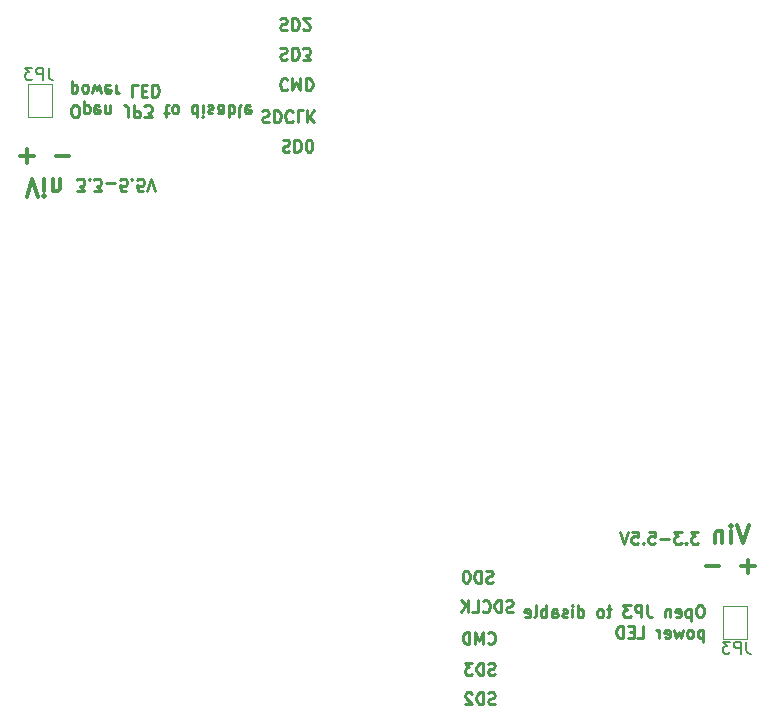
<source format=gbr>
G04 #@! TF.GenerationSoftware,KiCad,Pcbnew,5.0.2-bee76a0~70~ubuntu16.04.1*
G04 #@! TF.CreationDate,2019-08-20T15:47:02-04:00*
G04 #@! TF.ProjectId,ESP32-Zip-Panelized,45535033-322d-45a6-9970-2d50616e656c,rev?*
G04 #@! TF.SameCoordinates,Original*
G04 #@! TF.FileFunction,Legend,Bot*
G04 #@! TF.FilePolarity,Positive*
%FSLAX46Y46*%
G04 Gerber Fmt 4.6, Leading zero omitted, Abs format (unit mm)*
G04 Created by KiCad (PCBNEW 5.0.2-bee76a0~70~ubuntu16.04.1) date mar. 20 août 2019 15:47:02 EDT*
%MOMM*%
%LPD*%
G01*
G04 APERTURE LIST*
%ADD10C,0.250000*%
%ADD11C,0.300000*%
%ADD12C,0.120000*%
%ADD13C,0.150000*%
G04 APERTURE END LIST*
D10*
X81561904Y-74104761D02*
X81419047Y-74152380D01*
X81180952Y-74152380D01*
X81085714Y-74104761D01*
X81038095Y-74057142D01*
X80990476Y-73961904D01*
X80990476Y-73866666D01*
X81038095Y-73771428D01*
X81085714Y-73723809D01*
X81180952Y-73676190D01*
X81371428Y-73628571D01*
X81466666Y-73580952D01*
X81514285Y-73533333D01*
X81561904Y-73438095D01*
X81561904Y-73342857D01*
X81514285Y-73247619D01*
X81466666Y-73200000D01*
X81371428Y-73152380D01*
X81133333Y-73152380D01*
X80990476Y-73200000D01*
X80561904Y-74152380D02*
X80561904Y-73152380D01*
X80323809Y-73152380D01*
X80180952Y-73200000D01*
X80085714Y-73295238D01*
X80038095Y-73390476D01*
X79990476Y-73580952D01*
X79990476Y-73723809D01*
X80038095Y-73914285D01*
X80085714Y-74009523D01*
X80180952Y-74104761D01*
X80323809Y-74152380D01*
X80561904Y-74152380D01*
X79609523Y-73247619D02*
X79561904Y-73200000D01*
X79466666Y-73152380D01*
X79228571Y-73152380D01*
X79133333Y-73200000D01*
X79085714Y-73247619D01*
X79038095Y-73342857D01*
X79038095Y-73438095D01*
X79085714Y-73580952D01*
X79657142Y-74152380D01*
X79038095Y-74152380D01*
X81561904Y-71604761D02*
X81419047Y-71652380D01*
X81180952Y-71652380D01*
X81085714Y-71604761D01*
X81038095Y-71557142D01*
X80990476Y-71461904D01*
X80990476Y-71366666D01*
X81038095Y-71271428D01*
X81085714Y-71223809D01*
X81180952Y-71176190D01*
X81371428Y-71128571D01*
X81466666Y-71080952D01*
X81514285Y-71033333D01*
X81561904Y-70938095D01*
X81561904Y-70842857D01*
X81514285Y-70747619D01*
X81466666Y-70700000D01*
X81371428Y-70652380D01*
X81133333Y-70652380D01*
X80990476Y-70700000D01*
X80561904Y-71652380D02*
X80561904Y-70652380D01*
X80323809Y-70652380D01*
X80180952Y-70700000D01*
X80085714Y-70795238D01*
X80038095Y-70890476D01*
X79990476Y-71080952D01*
X79990476Y-71223809D01*
X80038095Y-71414285D01*
X80085714Y-71509523D01*
X80180952Y-71604761D01*
X80323809Y-71652380D01*
X80561904Y-71652380D01*
X79657142Y-70652380D02*
X79038095Y-70652380D01*
X79371428Y-71033333D01*
X79228571Y-71033333D01*
X79133333Y-71080952D01*
X79085714Y-71128571D01*
X79038095Y-71223809D01*
X79038095Y-71461904D01*
X79085714Y-71557142D01*
X79133333Y-71604761D01*
X79228571Y-71652380D01*
X79514285Y-71652380D01*
X79609523Y-71604761D01*
X79657142Y-71557142D01*
X80961904Y-68957142D02*
X81009523Y-69004761D01*
X81152380Y-69052380D01*
X81247619Y-69052380D01*
X81390476Y-69004761D01*
X81485714Y-68909523D01*
X81533333Y-68814285D01*
X81580952Y-68623809D01*
X81580952Y-68480952D01*
X81533333Y-68290476D01*
X81485714Y-68195238D01*
X81390476Y-68100000D01*
X81247619Y-68052380D01*
X81152380Y-68052380D01*
X81009523Y-68100000D01*
X80961904Y-68147619D01*
X80533333Y-69052380D02*
X80533333Y-68052380D01*
X80200000Y-68766666D01*
X79866666Y-68052380D01*
X79866666Y-69052380D01*
X79390476Y-69052380D02*
X79390476Y-68052380D01*
X79152380Y-68052380D01*
X79009523Y-68100000D01*
X78914285Y-68195238D01*
X78866666Y-68290476D01*
X78819047Y-68480952D01*
X78819047Y-68623809D01*
X78866666Y-68814285D01*
X78914285Y-68909523D01*
X79009523Y-69004761D01*
X79152380Y-69052380D01*
X79390476Y-69052380D01*
X83090476Y-66304761D02*
X82947619Y-66352380D01*
X82709523Y-66352380D01*
X82614285Y-66304761D01*
X82566666Y-66257142D01*
X82519047Y-66161904D01*
X82519047Y-66066666D01*
X82566666Y-65971428D01*
X82614285Y-65923809D01*
X82709523Y-65876190D01*
X82900000Y-65828571D01*
X82995238Y-65780952D01*
X83042857Y-65733333D01*
X83090476Y-65638095D01*
X83090476Y-65542857D01*
X83042857Y-65447619D01*
X82995238Y-65400000D01*
X82900000Y-65352380D01*
X82661904Y-65352380D01*
X82519047Y-65400000D01*
X82090476Y-66352380D02*
X82090476Y-65352380D01*
X81852380Y-65352380D01*
X81709523Y-65400000D01*
X81614285Y-65495238D01*
X81566666Y-65590476D01*
X81519047Y-65780952D01*
X81519047Y-65923809D01*
X81566666Y-66114285D01*
X81614285Y-66209523D01*
X81709523Y-66304761D01*
X81852380Y-66352380D01*
X82090476Y-66352380D01*
X80519047Y-66257142D02*
X80566666Y-66304761D01*
X80709523Y-66352380D01*
X80804761Y-66352380D01*
X80947619Y-66304761D01*
X81042857Y-66209523D01*
X81090476Y-66114285D01*
X81138095Y-65923809D01*
X81138095Y-65780952D01*
X81090476Y-65590476D01*
X81042857Y-65495238D01*
X80947619Y-65400000D01*
X80804761Y-65352380D01*
X80709523Y-65352380D01*
X80566666Y-65400000D01*
X80519047Y-65447619D01*
X79614285Y-66352380D02*
X80090476Y-66352380D01*
X80090476Y-65352380D01*
X79280952Y-66352380D02*
X79280952Y-65352380D01*
X78709523Y-66352380D02*
X79138095Y-65780952D01*
X78709523Y-65352380D02*
X79280952Y-65923809D01*
X81361904Y-63804761D02*
X81219047Y-63852380D01*
X80980952Y-63852380D01*
X80885714Y-63804761D01*
X80838095Y-63757142D01*
X80790476Y-63661904D01*
X80790476Y-63566666D01*
X80838095Y-63471428D01*
X80885714Y-63423809D01*
X80980952Y-63376190D01*
X81171428Y-63328571D01*
X81266666Y-63280952D01*
X81314285Y-63233333D01*
X81361904Y-63138095D01*
X81361904Y-63042857D01*
X81314285Y-62947619D01*
X81266666Y-62900000D01*
X81171428Y-62852380D01*
X80933333Y-62852380D01*
X80790476Y-62900000D01*
X80361904Y-63852380D02*
X80361904Y-62852380D01*
X80123809Y-62852380D01*
X79980952Y-62900000D01*
X79885714Y-62995238D01*
X79838095Y-63090476D01*
X79790476Y-63280952D01*
X79790476Y-63423809D01*
X79838095Y-63614285D01*
X79885714Y-63709523D01*
X79980952Y-63804761D01*
X80123809Y-63852380D01*
X80361904Y-63852380D01*
X79171428Y-62852380D02*
X79076190Y-62852380D01*
X78980952Y-62900000D01*
X78933333Y-62947619D01*
X78885714Y-63042857D01*
X78838095Y-63233333D01*
X78838095Y-63471428D01*
X78885714Y-63661904D01*
X78933333Y-63757142D01*
X78980952Y-63804761D01*
X79076190Y-63852380D01*
X79171428Y-63852380D01*
X79266666Y-63804761D01*
X79314285Y-63757142D01*
X79361904Y-63661904D01*
X79409523Y-63471428D01*
X79409523Y-63233333D01*
X79361904Y-63042857D01*
X79314285Y-62947619D01*
X79266666Y-62900000D01*
X79171428Y-62852380D01*
X99008928Y-65777380D02*
X98818452Y-65777380D01*
X98723214Y-65825000D01*
X98627976Y-65920238D01*
X98580357Y-66110714D01*
X98580357Y-66444047D01*
X98627976Y-66634523D01*
X98723214Y-66729761D01*
X98818452Y-66777380D01*
X99008928Y-66777380D01*
X99104166Y-66729761D01*
X99199404Y-66634523D01*
X99247023Y-66444047D01*
X99247023Y-66110714D01*
X99199404Y-65920238D01*
X99104166Y-65825000D01*
X99008928Y-65777380D01*
X98151785Y-66110714D02*
X98151785Y-67110714D01*
X98151785Y-66158333D02*
X98056547Y-66110714D01*
X97866071Y-66110714D01*
X97770833Y-66158333D01*
X97723214Y-66205952D01*
X97675595Y-66301190D01*
X97675595Y-66586904D01*
X97723214Y-66682142D01*
X97770833Y-66729761D01*
X97866071Y-66777380D01*
X98056547Y-66777380D01*
X98151785Y-66729761D01*
X96866071Y-66729761D02*
X96961309Y-66777380D01*
X97151785Y-66777380D01*
X97247023Y-66729761D01*
X97294642Y-66634523D01*
X97294642Y-66253571D01*
X97247023Y-66158333D01*
X97151785Y-66110714D01*
X96961309Y-66110714D01*
X96866071Y-66158333D01*
X96818452Y-66253571D01*
X96818452Y-66348809D01*
X97294642Y-66444047D01*
X96389880Y-66110714D02*
X96389880Y-66777380D01*
X96389880Y-66205952D02*
X96342261Y-66158333D01*
X96247023Y-66110714D01*
X96104166Y-66110714D01*
X96008928Y-66158333D01*
X95961309Y-66253571D01*
X95961309Y-66777380D01*
X94437500Y-65777380D02*
X94437500Y-66491666D01*
X94485119Y-66634523D01*
X94580357Y-66729761D01*
X94723214Y-66777380D01*
X94818452Y-66777380D01*
X93961309Y-66777380D02*
X93961309Y-65777380D01*
X93580357Y-65777380D01*
X93485119Y-65825000D01*
X93437500Y-65872619D01*
X93389880Y-65967857D01*
X93389880Y-66110714D01*
X93437500Y-66205952D01*
X93485119Y-66253571D01*
X93580357Y-66301190D01*
X93961309Y-66301190D01*
X93056547Y-65777380D02*
X92437500Y-65777380D01*
X92770833Y-66158333D01*
X92627976Y-66158333D01*
X92532738Y-66205952D01*
X92485119Y-66253571D01*
X92437500Y-66348809D01*
X92437500Y-66586904D01*
X92485119Y-66682142D01*
X92532738Y-66729761D01*
X92627976Y-66777380D01*
X92913690Y-66777380D01*
X93008928Y-66729761D01*
X93056547Y-66682142D01*
X91389880Y-66110714D02*
X91008928Y-66110714D01*
X91247023Y-65777380D02*
X91247023Y-66634523D01*
X91199404Y-66729761D01*
X91104166Y-66777380D01*
X91008928Y-66777380D01*
X90532738Y-66777380D02*
X90627976Y-66729761D01*
X90675595Y-66682142D01*
X90723214Y-66586904D01*
X90723214Y-66301190D01*
X90675595Y-66205952D01*
X90627976Y-66158333D01*
X90532738Y-66110714D01*
X90389880Y-66110714D01*
X90294642Y-66158333D01*
X90247023Y-66205952D01*
X90199404Y-66301190D01*
X90199404Y-66586904D01*
X90247023Y-66682142D01*
X90294642Y-66729761D01*
X90389880Y-66777380D01*
X90532738Y-66777380D01*
X88580357Y-66777380D02*
X88580357Y-65777380D01*
X88580357Y-66729761D02*
X88675595Y-66777380D01*
X88866071Y-66777380D01*
X88961309Y-66729761D01*
X89008928Y-66682142D01*
X89056547Y-66586904D01*
X89056547Y-66301190D01*
X89008928Y-66205952D01*
X88961309Y-66158333D01*
X88866071Y-66110714D01*
X88675595Y-66110714D01*
X88580357Y-66158333D01*
X88104166Y-66777380D02*
X88104166Y-66110714D01*
X88104166Y-65777380D02*
X88151785Y-65825000D01*
X88104166Y-65872619D01*
X88056547Y-65825000D01*
X88104166Y-65777380D01*
X88104166Y-65872619D01*
X87675595Y-66729761D02*
X87580357Y-66777380D01*
X87389880Y-66777380D01*
X87294642Y-66729761D01*
X87247023Y-66634523D01*
X87247023Y-66586904D01*
X87294642Y-66491666D01*
X87389880Y-66444047D01*
X87532738Y-66444047D01*
X87627976Y-66396428D01*
X87675595Y-66301190D01*
X87675595Y-66253571D01*
X87627976Y-66158333D01*
X87532738Y-66110714D01*
X87389880Y-66110714D01*
X87294642Y-66158333D01*
X86389880Y-66777380D02*
X86389880Y-66253571D01*
X86437500Y-66158333D01*
X86532738Y-66110714D01*
X86723214Y-66110714D01*
X86818452Y-66158333D01*
X86389880Y-66729761D02*
X86485119Y-66777380D01*
X86723214Y-66777380D01*
X86818452Y-66729761D01*
X86866071Y-66634523D01*
X86866071Y-66539285D01*
X86818452Y-66444047D01*
X86723214Y-66396428D01*
X86485119Y-66396428D01*
X86389880Y-66348809D01*
X85913690Y-66777380D02*
X85913690Y-65777380D01*
X85913690Y-66158333D02*
X85818452Y-66110714D01*
X85627976Y-66110714D01*
X85532738Y-66158333D01*
X85485119Y-66205952D01*
X85437500Y-66301190D01*
X85437500Y-66586904D01*
X85485119Y-66682142D01*
X85532738Y-66729761D01*
X85627976Y-66777380D01*
X85818452Y-66777380D01*
X85913690Y-66729761D01*
X84866071Y-66777380D02*
X84961309Y-66729761D01*
X85008928Y-66634523D01*
X85008928Y-65777380D01*
X84104166Y-66729761D02*
X84199404Y-66777380D01*
X84389880Y-66777380D01*
X84485119Y-66729761D01*
X84532738Y-66634523D01*
X84532738Y-66253571D01*
X84485119Y-66158333D01*
X84389880Y-66110714D01*
X84199404Y-66110714D01*
X84104166Y-66158333D01*
X84056547Y-66253571D01*
X84056547Y-66348809D01*
X84532738Y-66444047D01*
X99199404Y-67860714D02*
X99199404Y-68860714D01*
X99199404Y-67908333D02*
X99104166Y-67860714D01*
X98913690Y-67860714D01*
X98818452Y-67908333D01*
X98770833Y-67955952D01*
X98723214Y-68051190D01*
X98723214Y-68336904D01*
X98770833Y-68432142D01*
X98818452Y-68479761D01*
X98913690Y-68527380D01*
X99104166Y-68527380D01*
X99199404Y-68479761D01*
X98151785Y-68527380D02*
X98247023Y-68479761D01*
X98294642Y-68432142D01*
X98342261Y-68336904D01*
X98342261Y-68051190D01*
X98294642Y-67955952D01*
X98247023Y-67908333D01*
X98151785Y-67860714D01*
X98008928Y-67860714D01*
X97913690Y-67908333D01*
X97866071Y-67955952D01*
X97818452Y-68051190D01*
X97818452Y-68336904D01*
X97866071Y-68432142D01*
X97913690Y-68479761D01*
X98008928Y-68527380D01*
X98151785Y-68527380D01*
X97485119Y-67860714D02*
X97294642Y-68527380D01*
X97104166Y-68051190D01*
X96913690Y-68527380D01*
X96723214Y-67860714D01*
X95961309Y-68479761D02*
X96056547Y-68527380D01*
X96247023Y-68527380D01*
X96342261Y-68479761D01*
X96389880Y-68384523D01*
X96389880Y-68003571D01*
X96342261Y-67908333D01*
X96247023Y-67860714D01*
X96056547Y-67860714D01*
X95961309Y-67908333D01*
X95913690Y-68003571D01*
X95913690Y-68098809D01*
X96389880Y-68194047D01*
X95485119Y-68527380D02*
X95485119Y-67860714D01*
X95485119Y-68051190D02*
X95437500Y-67955952D01*
X95389880Y-67908333D01*
X95294642Y-67860714D01*
X95199404Y-67860714D01*
X93627976Y-68527380D02*
X94104166Y-68527380D01*
X94104166Y-67527380D01*
X93294642Y-68003571D02*
X92961309Y-68003571D01*
X92818452Y-68527380D02*
X93294642Y-68527380D01*
X93294642Y-67527380D01*
X92818452Y-67527380D01*
X92389880Y-68527380D02*
X92389880Y-67527380D01*
X92151785Y-67527380D01*
X92008928Y-67575000D01*
X91913690Y-67670238D01*
X91866071Y-67765476D01*
X91818452Y-67955952D01*
X91818452Y-68098809D01*
X91866071Y-68289285D01*
X91913690Y-68384523D01*
X92008928Y-68479761D01*
X92151785Y-68527380D01*
X92389880Y-68527380D01*
X98785714Y-59552380D02*
X98166666Y-59552380D01*
X98500000Y-59933333D01*
X98357142Y-59933333D01*
X98261904Y-59980952D01*
X98214285Y-60028571D01*
X98166666Y-60123809D01*
X98166666Y-60361904D01*
X98214285Y-60457142D01*
X98261904Y-60504761D01*
X98357142Y-60552380D01*
X98642857Y-60552380D01*
X98738095Y-60504761D01*
X98785714Y-60457142D01*
X97738095Y-60457142D02*
X97690476Y-60504761D01*
X97738095Y-60552380D01*
X97785714Y-60504761D01*
X97738095Y-60457142D01*
X97738095Y-60552380D01*
X97357142Y-59552380D02*
X96738095Y-59552380D01*
X97071428Y-59933333D01*
X96928571Y-59933333D01*
X96833333Y-59980952D01*
X96785714Y-60028571D01*
X96738095Y-60123809D01*
X96738095Y-60361904D01*
X96785714Y-60457142D01*
X96833333Y-60504761D01*
X96928571Y-60552380D01*
X97214285Y-60552380D01*
X97309523Y-60504761D01*
X97357142Y-60457142D01*
X96309523Y-60171428D02*
X95547619Y-60171428D01*
X94595238Y-59552380D02*
X95071428Y-59552380D01*
X95119047Y-60028571D01*
X95071428Y-59980952D01*
X94976190Y-59933333D01*
X94738095Y-59933333D01*
X94642857Y-59980952D01*
X94595238Y-60028571D01*
X94547619Y-60123809D01*
X94547619Y-60361904D01*
X94595238Y-60457142D01*
X94642857Y-60504761D01*
X94738095Y-60552380D01*
X94976190Y-60552380D01*
X95071428Y-60504761D01*
X95119047Y-60457142D01*
X94119047Y-60457142D02*
X94071428Y-60504761D01*
X94119047Y-60552380D01*
X94166666Y-60504761D01*
X94119047Y-60457142D01*
X94119047Y-60552380D01*
X93166666Y-59552380D02*
X93642857Y-59552380D01*
X93690476Y-60028571D01*
X93642857Y-59980952D01*
X93547619Y-59933333D01*
X93309523Y-59933333D01*
X93214285Y-59980952D01*
X93166666Y-60028571D01*
X93119047Y-60123809D01*
X93119047Y-60361904D01*
X93166666Y-60457142D01*
X93214285Y-60504761D01*
X93309523Y-60552380D01*
X93547619Y-60552380D01*
X93642857Y-60504761D01*
X93690476Y-60457142D01*
X92833333Y-59552380D02*
X92500000Y-60552380D01*
X92166666Y-59552380D01*
D11*
X103035714Y-59003571D02*
X102535714Y-60503571D01*
X102035714Y-59003571D01*
X101535714Y-60503571D02*
X101535714Y-59503571D01*
X101535714Y-59003571D02*
X101607142Y-59075000D01*
X101535714Y-59146428D01*
X101464285Y-59075000D01*
X101535714Y-59003571D01*
X101535714Y-59146428D01*
X100821428Y-59503571D02*
X100821428Y-60503571D01*
X100821428Y-59646428D02*
X100750000Y-59575000D01*
X100607142Y-59503571D01*
X100392857Y-59503571D01*
X100250000Y-59575000D01*
X100178571Y-59717857D01*
X100178571Y-60503571D01*
X103571428Y-62482142D02*
X102428571Y-62482142D01*
X103000000Y-63053571D02*
X103000000Y-61910714D01*
X100571428Y-62482142D02*
X99428571Y-62482142D01*
D10*
X63376639Y-16115648D02*
X63519496Y-16068029D01*
X63757591Y-16068029D01*
X63852829Y-16115648D01*
X63900448Y-16163267D01*
X63948067Y-16258505D01*
X63948067Y-16353743D01*
X63900448Y-16448981D01*
X63852829Y-16496600D01*
X63757591Y-16544219D01*
X63567115Y-16591838D01*
X63471877Y-16639457D01*
X63424258Y-16687076D01*
X63376639Y-16782314D01*
X63376639Y-16877552D01*
X63424258Y-16972790D01*
X63471877Y-17020410D01*
X63567115Y-17068029D01*
X63805210Y-17068029D01*
X63948067Y-17020410D01*
X64376639Y-16068029D02*
X64376639Y-17068029D01*
X64614734Y-17068029D01*
X64757591Y-17020410D01*
X64852829Y-16925171D01*
X64900448Y-16829933D01*
X64948067Y-16639457D01*
X64948067Y-16496600D01*
X64900448Y-16306124D01*
X64852829Y-16210886D01*
X64757591Y-16115648D01*
X64614734Y-16068029D01*
X64376639Y-16068029D01*
X65329020Y-16972790D02*
X65376639Y-17020410D01*
X65471877Y-17068029D01*
X65709972Y-17068029D01*
X65805210Y-17020410D01*
X65852829Y-16972790D01*
X65900448Y-16877552D01*
X65900448Y-16782314D01*
X65852829Y-16639457D01*
X65281401Y-16068029D01*
X65900448Y-16068029D01*
X63376639Y-18615648D02*
X63519496Y-18568029D01*
X63757591Y-18568029D01*
X63852829Y-18615648D01*
X63900448Y-18663267D01*
X63948067Y-18758505D01*
X63948067Y-18853743D01*
X63900448Y-18948981D01*
X63852829Y-18996600D01*
X63757591Y-19044219D01*
X63567115Y-19091838D01*
X63471877Y-19139457D01*
X63424258Y-19187076D01*
X63376639Y-19282314D01*
X63376639Y-19377552D01*
X63424258Y-19472790D01*
X63471877Y-19520410D01*
X63567115Y-19568029D01*
X63805210Y-19568029D01*
X63948067Y-19520410D01*
X64376639Y-18568029D02*
X64376639Y-19568029D01*
X64614734Y-19568029D01*
X64757591Y-19520410D01*
X64852829Y-19425171D01*
X64900448Y-19329933D01*
X64948067Y-19139457D01*
X64948067Y-18996600D01*
X64900448Y-18806124D01*
X64852829Y-18710886D01*
X64757591Y-18615648D01*
X64614734Y-18568029D01*
X64376639Y-18568029D01*
X65281401Y-19568029D02*
X65900448Y-19568029D01*
X65567115Y-19187076D01*
X65709972Y-19187076D01*
X65805210Y-19139457D01*
X65852829Y-19091838D01*
X65900448Y-18996600D01*
X65900448Y-18758505D01*
X65852829Y-18663267D01*
X65805210Y-18615648D01*
X65709972Y-18568029D01*
X65424258Y-18568029D01*
X65329020Y-18615648D01*
X65281401Y-18663267D01*
X63976639Y-21263267D02*
X63929020Y-21215648D01*
X63786163Y-21168029D01*
X63690924Y-21168029D01*
X63548067Y-21215648D01*
X63452829Y-21310886D01*
X63405210Y-21406124D01*
X63357591Y-21596600D01*
X63357591Y-21739457D01*
X63405210Y-21929933D01*
X63452829Y-22025171D01*
X63548067Y-22120410D01*
X63690924Y-22168029D01*
X63786163Y-22168029D01*
X63929020Y-22120410D01*
X63976639Y-22072790D01*
X64405210Y-21168029D02*
X64405210Y-22168029D01*
X64738544Y-21453743D01*
X65071877Y-22168029D01*
X65071877Y-21168029D01*
X65548067Y-21168029D02*
X65548067Y-22168029D01*
X65786163Y-22168029D01*
X65929020Y-22120410D01*
X66024258Y-22025171D01*
X66071877Y-21929933D01*
X66119496Y-21739457D01*
X66119496Y-21596600D01*
X66071877Y-21406124D01*
X66024258Y-21310886D01*
X65929020Y-21215648D01*
X65786163Y-21168029D01*
X65548067Y-21168029D01*
X61848067Y-23915648D02*
X61990924Y-23868029D01*
X62229020Y-23868029D01*
X62324258Y-23915648D01*
X62371877Y-23963267D01*
X62419496Y-24058505D01*
X62419496Y-24153743D01*
X62371877Y-24248981D01*
X62324258Y-24296600D01*
X62229020Y-24344219D01*
X62038544Y-24391838D01*
X61943305Y-24439457D01*
X61895686Y-24487076D01*
X61848067Y-24582314D01*
X61848067Y-24677552D01*
X61895686Y-24772790D01*
X61943305Y-24820410D01*
X62038544Y-24868029D01*
X62276639Y-24868029D01*
X62419496Y-24820410D01*
X62848067Y-23868029D02*
X62848067Y-24868029D01*
X63086163Y-24868029D01*
X63229020Y-24820410D01*
X63324258Y-24725171D01*
X63371877Y-24629933D01*
X63419496Y-24439457D01*
X63419496Y-24296600D01*
X63371877Y-24106124D01*
X63324258Y-24010886D01*
X63229020Y-23915648D01*
X63086163Y-23868029D01*
X62848067Y-23868029D01*
X64419496Y-23963267D02*
X64371877Y-23915648D01*
X64229020Y-23868029D01*
X64133782Y-23868029D01*
X63990924Y-23915648D01*
X63895686Y-24010886D01*
X63848067Y-24106124D01*
X63800448Y-24296600D01*
X63800448Y-24439457D01*
X63848067Y-24629933D01*
X63895686Y-24725171D01*
X63990924Y-24820410D01*
X64133782Y-24868029D01*
X64229020Y-24868029D01*
X64371877Y-24820410D01*
X64419496Y-24772790D01*
X65324258Y-23868029D02*
X64848067Y-23868029D01*
X64848067Y-24868029D01*
X65657591Y-23868029D02*
X65657591Y-24868029D01*
X66229020Y-23868029D02*
X65800448Y-24439457D01*
X66229020Y-24868029D02*
X65657591Y-24296600D01*
X63576639Y-26415648D02*
X63719496Y-26368029D01*
X63957591Y-26368029D01*
X64052829Y-26415648D01*
X64100448Y-26463267D01*
X64148067Y-26558505D01*
X64148067Y-26653743D01*
X64100448Y-26748981D01*
X64052829Y-26796600D01*
X63957591Y-26844219D01*
X63767115Y-26891838D01*
X63671877Y-26939457D01*
X63624258Y-26987076D01*
X63576639Y-27082314D01*
X63576639Y-27177552D01*
X63624258Y-27272790D01*
X63671877Y-27320410D01*
X63767115Y-27368029D01*
X64005210Y-27368029D01*
X64148067Y-27320410D01*
X64576639Y-26368029D02*
X64576639Y-27368029D01*
X64814734Y-27368029D01*
X64957591Y-27320410D01*
X65052829Y-27225171D01*
X65100448Y-27129933D01*
X65148067Y-26939457D01*
X65148067Y-26796600D01*
X65100448Y-26606124D01*
X65052829Y-26510886D01*
X64957591Y-26415648D01*
X64814734Y-26368029D01*
X64576639Y-26368029D01*
X65767115Y-27368029D02*
X65862353Y-27368029D01*
X65957591Y-27320410D01*
X66005210Y-27272790D01*
X66052829Y-27177552D01*
X66100448Y-26987076D01*
X66100448Y-26748981D01*
X66052829Y-26558505D01*
X66005210Y-26463267D01*
X65957591Y-26415648D01*
X65862353Y-26368029D01*
X65767115Y-26368029D01*
X65671877Y-26415648D01*
X65624258Y-26463267D01*
X65576639Y-26558505D01*
X65529020Y-26748981D01*
X65529020Y-26987076D01*
X65576639Y-27177552D01*
X65624258Y-27272790D01*
X65671877Y-27320410D01*
X65767115Y-27368029D01*
X45929615Y-24443029D02*
X46120091Y-24443029D01*
X46215329Y-24395410D01*
X46310567Y-24300171D01*
X46358186Y-24109695D01*
X46358186Y-23776362D01*
X46310567Y-23585886D01*
X46215329Y-23490648D01*
X46120091Y-23443029D01*
X45929615Y-23443029D01*
X45834377Y-23490648D01*
X45739139Y-23585886D01*
X45691520Y-23776362D01*
X45691520Y-24109695D01*
X45739139Y-24300171D01*
X45834377Y-24395410D01*
X45929615Y-24443029D01*
X46786758Y-24109695D02*
X46786758Y-23109695D01*
X46786758Y-24062076D02*
X46881996Y-24109695D01*
X47072472Y-24109695D01*
X47167710Y-24062076D01*
X47215329Y-24014457D01*
X47262948Y-23919219D01*
X47262948Y-23633505D01*
X47215329Y-23538267D01*
X47167710Y-23490648D01*
X47072472Y-23443029D01*
X46881996Y-23443029D01*
X46786758Y-23490648D01*
X48072472Y-23490648D02*
X47977234Y-23443029D01*
X47786758Y-23443029D01*
X47691520Y-23490648D01*
X47643901Y-23585886D01*
X47643901Y-23966838D01*
X47691520Y-24062076D01*
X47786758Y-24109695D01*
X47977234Y-24109695D01*
X48072472Y-24062076D01*
X48120091Y-23966838D01*
X48120091Y-23871600D01*
X47643901Y-23776362D01*
X48548663Y-24109695D02*
X48548663Y-23443029D01*
X48548663Y-24014457D02*
X48596282Y-24062076D01*
X48691520Y-24109695D01*
X48834377Y-24109695D01*
X48929615Y-24062076D01*
X48977234Y-23966838D01*
X48977234Y-23443029D01*
X50501044Y-24443029D02*
X50501044Y-23728743D01*
X50453424Y-23585886D01*
X50358186Y-23490648D01*
X50215329Y-23443029D01*
X50120091Y-23443029D01*
X50977234Y-23443029D02*
X50977234Y-24443029D01*
X51358186Y-24443029D01*
X51453424Y-24395410D01*
X51501044Y-24347790D01*
X51548663Y-24252552D01*
X51548663Y-24109695D01*
X51501044Y-24014457D01*
X51453424Y-23966838D01*
X51358186Y-23919219D01*
X50977234Y-23919219D01*
X51881996Y-24443029D02*
X52501044Y-24443029D01*
X52167710Y-24062076D01*
X52310567Y-24062076D01*
X52405805Y-24014457D01*
X52453424Y-23966838D01*
X52501044Y-23871600D01*
X52501044Y-23633505D01*
X52453424Y-23538267D01*
X52405805Y-23490648D01*
X52310567Y-23443029D01*
X52024853Y-23443029D01*
X51929615Y-23490648D01*
X51881996Y-23538267D01*
X53548663Y-24109695D02*
X53929615Y-24109695D01*
X53691520Y-24443029D02*
X53691520Y-23585886D01*
X53739139Y-23490648D01*
X53834377Y-23443029D01*
X53929615Y-23443029D01*
X54405805Y-23443029D02*
X54310567Y-23490648D01*
X54262948Y-23538267D01*
X54215329Y-23633505D01*
X54215329Y-23919219D01*
X54262948Y-24014457D01*
X54310567Y-24062076D01*
X54405805Y-24109695D01*
X54548663Y-24109695D01*
X54643901Y-24062076D01*
X54691520Y-24014457D01*
X54739139Y-23919219D01*
X54739139Y-23633505D01*
X54691520Y-23538267D01*
X54643901Y-23490648D01*
X54548663Y-23443029D01*
X54405805Y-23443029D01*
X56358186Y-23443029D02*
X56358186Y-24443029D01*
X56358186Y-23490648D02*
X56262948Y-23443029D01*
X56072472Y-23443029D01*
X55977234Y-23490648D01*
X55929615Y-23538267D01*
X55881996Y-23633505D01*
X55881996Y-23919219D01*
X55929615Y-24014457D01*
X55977234Y-24062076D01*
X56072472Y-24109695D01*
X56262948Y-24109695D01*
X56358186Y-24062076D01*
X56834377Y-23443029D02*
X56834377Y-24109695D01*
X56834377Y-24443029D02*
X56786758Y-24395410D01*
X56834377Y-24347790D01*
X56881996Y-24395410D01*
X56834377Y-24443029D01*
X56834377Y-24347790D01*
X57262948Y-23490648D02*
X57358186Y-23443029D01*
X57548663Y-23443029D01*
X57643901Y-23490648D01*
X57691520Y-23585886D01*
X57691520Y-23633505D01*
X57643901Y-23728743D01*
X57548663Y-23776362D01*
X57405805Y-23776362D01*
X57310567Y-23823981D01*
X57262948Y-23919219D01*
X57262948Y-23966838D01*
X57310567Y-24062076D01*
X57405805Y-24109695D01*
X57548663Y-24109695D01*
X57643901Y-24062076D01*
X58548663Y-23443029D02*
X58548663Y-23966838D01*
X58501044Y-24062076D01*
X58405805Y-24109695D01*
X58215329Y-24109695D01*
X58120091Y-24062076D01*
X58548663Y-23490648D02*
X58453424Y-23443029D01*
X58215329Y-23443029D01*
X58120091Y-23490648D01*
X58072472Y-23585886D01*
X58072472Y-23681124D01*
X58120091Y-23776362D01*
X58215329Y-23823981D01*
X58453424Y-23823981D01*
X58548663Y-23871600D01*
X59024853Y-23443029D02*
X59024853Y-24443029D01*
X59024853Y-24062076D02*
X59120091Y-24109695D01*
X59310567Y-24109695D01*
X59405805Y-24062076D01*
X59453424Y-24014457D01*
X59501044Y-23919219D01*
X59501044Y-23633505D01*
X59453424Y-23538267D01*
X59405805Y-23490648D01*
X59310567Y-23443029D01*
X59120091Y-23443029D01*
X59024853Y-23490648D01*
X60072472Y-23443029D02*
X59977234Y-23490648D01*
X59929615Y-23585886D01*
X59929615Y-24443029D01*
X60834377Y-23490648D02*
X60739139Y-23443029D01*
X60548663Y-23443029D01*
X60453424Y-23490648D01*
X60405805Y-23585886D01*
X60405805Y-23966838D01*
X60453424Y-24062076D01*
X60548663Y-24109695D01*
X60739139Y-24109695D01*
X60834377Y-24062076D01*
X60881996Y-23966838D01*
X60881996Y-23871600D01*
X60405805Y-23776362D01*
X45739139Y-22359695D02*
X45739139Y-21359695D01*
X45739139Y-22312076D02*
X45834377Y-22359695D01*
X46024853Y-22359695D01*
X46120091Y-22312076D01*
X46167710Y-22264457D01*
X46215329Y-22169219D01*
X46215329Y-21883505D01*
X46167710Y-21788267D01*
X46120091Y-21740648D01*
X46024853Y-21693029D01*
X45834377Y-21693029D01*
X45739139Y-21740648D01*
X46786758Y-21693029D02*
X46691520Y-21740648D01*
X46643901Y-21788267D01*
X46596282Y-21883505D01*
X46596282Y-22169219D01*
X46643901Y-22264457D01*
X46691520Y-22312076D01*
X46786758Y-22359695D01*
X46929615Y-22359695D01*
X47024853Y-22312076D01*
X47072472Y-22264457D01*
X47120091Y-22169219D01*
X47120091Y-21883505D01*
X47072472Y-21788267D01*
X47024853Y-21740648D01*
X46929615Y-21693029D01*
X46786758Y-21693029D01*
X47453424Y-22359695D02*
X47643901Y-21693029D01*
X47834377Y-22169219D01*
X48024853Y-21693029D01*
X48215329Y-22359695D01*
X48977234Y-21740648D02*
X48881996Y-21693029D01*
X48691520Y-21693029D01*
X48596282Y-21740648D01*
X48548663Y-21835886D01*
X48548663Y-22216838D01*
X48596282Y-22312076D01*
X48691520Y-22359695D01*
X48881996Y-22359695D01*
X48977234Y-22312076D01*
X49024853Y-22216838D01*
X49024853Y-22121600D01*
X48548663Y-22026362D01*
X49453424Y-21693029D02*
X49453424Y-22359695D01*
X49453424Y-22169219D02*
X49501044Y-22264457D01*
X49548663Y-22312076D01*
X49643901Y-22359695D01*
X49739139Y-22359695D01*
X51310567Y-21693029D02*
X50834377Y-21693029D01*
X50834377Y-22693029D01*
X51643901Y-22216838D02*
X51977234Y-22216838D01*
X52120091Y-21693029D02*
X51643901Y-21693029D01*
X51643901Y-22693029D01*
X52120091Y-22693029D01*
X52548663Y-21693029D02*
X52548663Y-22693029D01*
X52786758Y-22693029D01*
X52929615Y-22645410D01*
X53024853Y-22550171D01*
X53072472Y-22454933D01*
X53120091Y-22264457D01*
X53120091Y-22121600D01*
X53072472Y-21931124D01*
X53024853Y-21835886D01*
X52929615Y-21740648D01*
X52786758Y-21693029D01*
X52548663Y-21693029D01*
X46152829Y-30668029D02*
X46771877Y-30668029D01*
X46438544Y-30287076D01*
X46581401Y-30287076D01*
X46676639Y-30239457D01*
X46724258Y-30191838D01*
X46771877Y-30096600D01*
X46771877Y-29858505D01*
X46724258Y-29763267D01*
X46676639Y-29715648D01*
X46581401Y-29668029D01*
X46295686Y-29668029D01*
X46200448Y-29715648D01*
X46152829Y-29763267D01*
X47200448Y-29763267D02*
X47248067Y-29715648D01*
X47200448Y-29668029D01*
X47152829Y-29715648D01*
X47200448Y-29763267D01*
X47200448Y-29668029D01*
X47581401Y-30668029D02*
X48200448Y-30668029D01*
X47867115Y-30287076D01*
X48009972Y-30287076D01*
X48105210Y-30239457D01*
X48152829Y-30191838D01*
X48200448Y-30096600D01*
X48200448Y-29858505D01*
X48152829Y-29763267D01*
X48105210Y-29715648D01*
X48009972Y-29668029D01*
X47724258Y-29668029D01*
X47629020Y-29715648D01*
X47581401Y-29763267D01*
X48629020Y-30048981D02*
X49390924Y-30048981D01*
X50343305Y-30668029D02*
X49867115Y-30668029D01*
X49819496Y-30191838D01*
X49867115Y-30239457D01*
X49962353Y-30287076D01*
X50200448Y-30287076D01*
X50295686Y-30239457D01*
X50343305Y-30191838D01*
X50390924Y-30096600D01*
X50390924Y-29858505D01*
X50343305Y-29763267D01*
X50295686Y-29715648D01*
X50200448Y-29668029D01*
X49962353Y-29668029D01*
X49867115Y-29715648D01*
X49819496Y-29763267D01*
X50819496Y-29763267D02*
X50867115Y-29715648D01*
X50819496Y-29668029D01*
X50771877Y-29715648D01*
X50819496Y-29763267D01*
X50819496Y-29668029D01*
X51771877Y-30668029D02*
X51295686Y-30668029D01*
X51248067Y-30191838D01*
X51295686Y-30239457D01*
X51390924Y-30287076D01*
X51629020Y-30287076D01*
X51724258Y-30239457D01*
X51771877Y-30191838D01*
X51819496Y-30096600D01*
X51819496Y-29858505D01*
X51771877Y-29763267D01*
X51724258Y-29715648D01*
X51629020Y-29668029D01*
X51390924Y-29668029D01*
X51295686Y-29715648D01*
X51248067Y-29763267D01*
X52105210Y-30668029D02*
X52438544Y-29668029D01*
X52771877Y-30668029D01*
D11*
X41902829Y-31216838D02*
X42402829Y-29716838D01*
X42902829Y-31216838D01*
X43402829Y-29716838D02*
X43402829Y-30716838D01*
X43402829Y-31216838D02*
X43331401Y-31145410D01*
X43402829Y-31073981D01*
X43474258Y-31145410D01*
X43402829Y-31216838D01*
X43402829Y-31073981D01*
X44117115Y-30716838D02*
X44117115Y-29716838D01*
X44117115Y-30573981D02*
X44188544Y-30645410D01*
X44331401Y-30716838D01*
X44545686Y-30716838D01*
X44688544Y-30645410D01*
X44759972Y-30502552D01*
X44759972Y-29716838D01*
X41367115Y-27738267D02*
X42509972Y-27738267D01*
X41938544Y-27166838D02*
X41938544Y-28309695D01*
X44367115Y-27738267D02*
X45509972Y-27738267D01*
D12*
G04 #@! TO.C,JP3*
X100900000Y-68600000D02*
X102900000Y-68600000D01*
X100900000Y-65800000D02*
X100900000Y-68600000D01*
X102900000Y-65800000D02*
X100900000Y-65800000D01*
X102900000Y-68600000D02*
X102900000Y-65800000D01*
X44038544Y-21620410D02*
X42038544Y-21620410D01*
X44038544Y-24420410D02*
X44038544Y-21620410D01*
X42038544Y-24420410D02*
X44038544Y-24420410D01*
X42038544Y-21620410D02*
X42038544Y-24420410D01*
D13*
X102833333Y-68852380D02*
X102833333Y-69566666D01*
X102880952Y-69709523D01*
X102976190Y-69804761D01*
X103119047Y-69852380D01*
X103214285Y-69852380D01*
X102357142Y-69852380D02*
X102357142Y-68852380D01*
X101976190Y-68852380D01*
X101880952Y-68900000D01*
X101833333Y-68947619D01*
X101785714Y-69042857D01*
X101785714Y-69185714D01*
X101833333Y-69280952D01*
X101880952Y-69328571D01*
X101976190Y-69376190D01*
X102357142Y-69376190D01*
X101452380Y-68852380D02*
X100833333Y-68852380D01*
X101166666Y-69233333D01*
X101023809Y-69233333D01*
X100928571Y-69280952D01*
X100880952Y-69328571D01*
X100833333Y-69423809D01*
X100833333Y-69661904D01*
X100880952Y-69757142D01*
X100928571Y-69804761D01*
X101023809Y-69852380D01*
X101309523Y-69852380D01*
X101404761Y-69804761D01*
X101452380Y-69757142D01*
X43771877Y-20272790D02*
X43771877Y-20987076D01*
X43819496Y-21129933D01*
X43914734Y-21225171D01*
X44057591Y-21272790D01*
X44152829Y-21272790D01*
X43295686Y-21272790D02*
X43295686Y-20272790D01*
X42914734Y-20272790D01*
X42819496Y-20320410D01*
X42771877Y-20368029D01*
X42724258Y-20463267D01*
X42724258Y-20606124D01*
X42771877Y-20701362D01*
X42819496Y-20748981D01*
X42914734Y-20796600D01*
X43295686Y-20796600D01*
X42390924Y-20272790D02*
X41771877Y-20272790D01*
X42105210Y-20653743D01*
X41962353Y-20653743D01*
X41867115Y-20701362D01*
X41819496Y-20748981D01*
X41771877Y-20844219D01*
X41771877Y-21082314D01*
X41819496Y-21177552D01*
X41867115Y-21225171D01*
X41962353Y-21272790D01*
X42248067Y-21272790D01*
X42343305Y-21225171D01*
X42390924Y-21177552D01*
G04 #@! TD*
M02*

</source>
